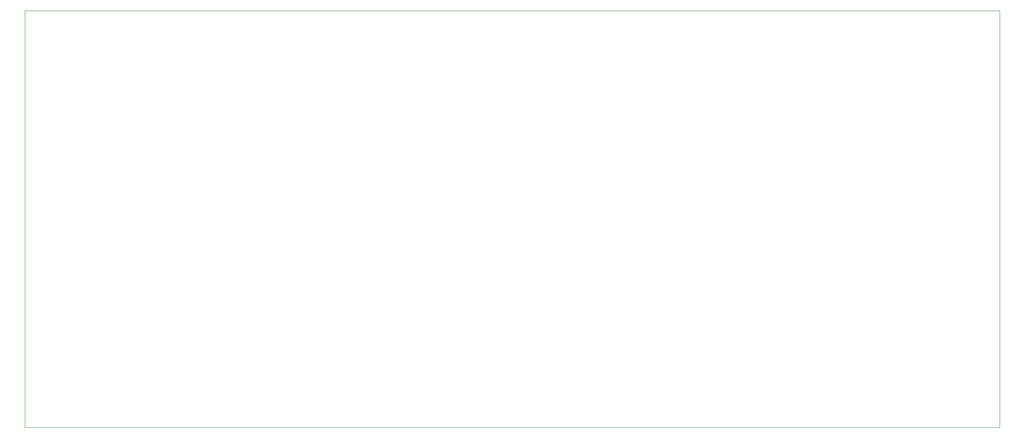
<source format=gm1>
G04 #@! TF.GenerationSoftware,KiCad,Pcbnew,6.0.5+dfsg-1~bpo11+1*
G04 #@! TF.CreationDate,2022-07-22T17:40:23+00:00*
G04 #@! TF.ProjectId,ribbon_board,72696262-6f6e-45f6-926f-6172642e6b69,0*
G04 #@! TF.SameCoordinates,Original*
G04 #@! TF.FileFunction,Profile,NP*
%FSLAX46Y46*%
G04 Gerber Fmt 4.6, Leading zero omitted, Abs format (unit mm)*
G04 Created by KiCad (PCBNEW 6.0.5+dfsg-1~bpo11+1) date 2022-07-22 17:40:23*
%MOMM*%
%LPD*%
G01*
G04 APERTURE LIST*
G04 #@! TA.AperFunction,Profile*
%ADD10C,0.100000*%
G04 #@! TD*
G04 APERTURE END LIST*
D10*
X50800000Y-135890000D02*
X50800000Y-53340000D01*
X243840000Y-53340000D02*
X243840000Y-135890000D01*
X243840000Y-135890000D02*
X50800000Y-135890000D01*
X50800000Y-53340000D02*
X243840000Y-53340000D01*
M02*

</source>
